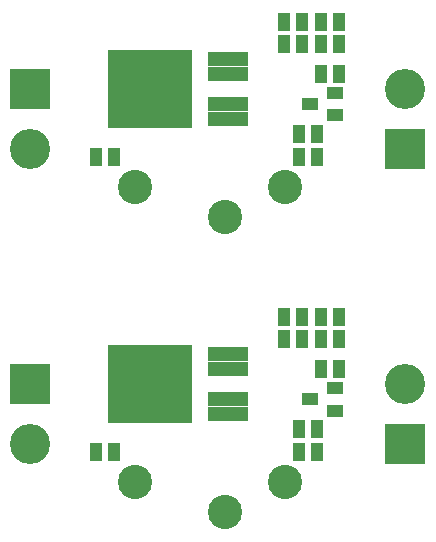
<source format=gts>
%MOIN*%
%OFA0B0*%
%FSLAX46Y46*%
%IPPOS*%
%LPD*%
%ADD10C,0.0039370078740157488*%
%ADD11R,0.283448031496063X0.261848031496063*%
%ADD12R,0.133848031496063X0.04764803149606299*%
%ADD13R,0.13385826771653545X0.13385826771653545*%
%ADD14C,0.13385826771653545*%
%ADD15R,0.040748031496062993X0.06074803149606299*%
%ADD16C,0.11414803149606301*%
%ADD17R,0.055148031496062996X0.039348031496062995*%
%ADD28C,0.0039370078740157488*%
%ADD29R,0.283448031496063X0.261848031496063*%
%ADD30R,0.133848031496063X0.04764803149606299*%
%ADD31R,0.13385826771653545X0.13385826771653545*%
%ADD32C,0.13385826771653545*%
%ADD33R,0.040748031496062993X0.06074803149606299*%
%ADD34C,0.11414803149606301*%
%ADD35R,0.055148031496062996X0.039348031496062995*%
%LPD*%
G01G01*
D10*
D11*
X-0005000000Y0003425196D02*
X0000549999Y0000600196D03*
D12*
X0000809799Y0000500196D03*
X0000809799Y0000550196D03*
X0000809799Y0000650196D03*
X0000809799Y0000700196D03*
D13*
X0001400000Y0000400196D03*
D14*
X0001400000Y0000600196D03*
D15*
X0001120000Y0000825196D03*
X0001180000Y0000825196D03*
X0001120000Y0000750196D03*
X0001180000Y0000750196D03*
D13*
X0000150000Y0000600196D03*
D14*
X0000150000Y0000400196D03*
D15*
X0000994999Y0000825196D03*
X0001054999Y0000825196D03*
X0000994999Y0000750196D03*
X0001054999Y0000750196D03*
X0001044999Y0000450196D03*
X0001105000Y0000450196D03*
X0001120000Y0000650196D03*
X0001180000Y0000650196D03*
D16*
X0001000000Y0000275196D03*
X0000799999Y0000175196D03*
X0000499999Y0000275196D03*
D17*
X0001166600Y0000512696D03*
X0001083400Y0000550196D03*
X0001166600Y0000587696D03*
D15*
X0001044999Y0000375196D03*
X0001105000Y0000375196D03*
X0000369999Y0000375196D03*
X0000429999Y0000375196D03*
G04 next file*
G04 #@! TF.FileFunction,Soldermask,Top*
G04 Gerber Fmt 4.6, Leading zero omitted, Abs format (unit mm)*
G04 Created by KiCad (PCBNEW 4.0.4-stable) date Thu Oct  6 13:32:55 2016*
G01G01*
G04 APERTURE LIST*
G04 APERTURE END LIST*
D28*
D29*
X-0005000000Y0004409448D02*
X0000549999Y0001584448D03*
D30*
X0000809799Y0001484448D03*
X0000809799Y0001534448D03*
X0000809799Y0001634448D03*
X0000809799Y0001684448D03*
D31*
X0001400000Y0001384448D03*
D32*
X0001400000Y0001584448D03*
D33*
X0001120000Y0001809448D03*
X0001180000Y0001809448D03*
X0001120000Y0001734448D03*
X0001180000Y0001734448D03*
D31*
X0000150000Y0001584448D03*
D32*
X0000150000Y0001384448D03*
D33*
X0000994999Y0001809448D03*
X0001054999Y0001809448D03*
X0000994999Y0001734448D03*
X0001054999Y0001734448D03*
X0001044999Y0001434448D03*
X0001105000Y0001434448D03*
X0001120000Y0001634448D03*
X0001180000Y0001634448D03*
D34*
X0001000000Y0001259448D03*
X0000799999Y0001159448D03*
X0000499999Y0001259448D03*
D35*
X0001166600Y0001496948D03*
X0001083400Y0001534448D03*
X0001166600Y0001571948D03*
D33*
X0001044999Y0001359448D03*
X0001105000Y0001359448D03*
X0000369999Y0001359448D03*
X0000429999Y0001359448D03*
M02*
</source>
